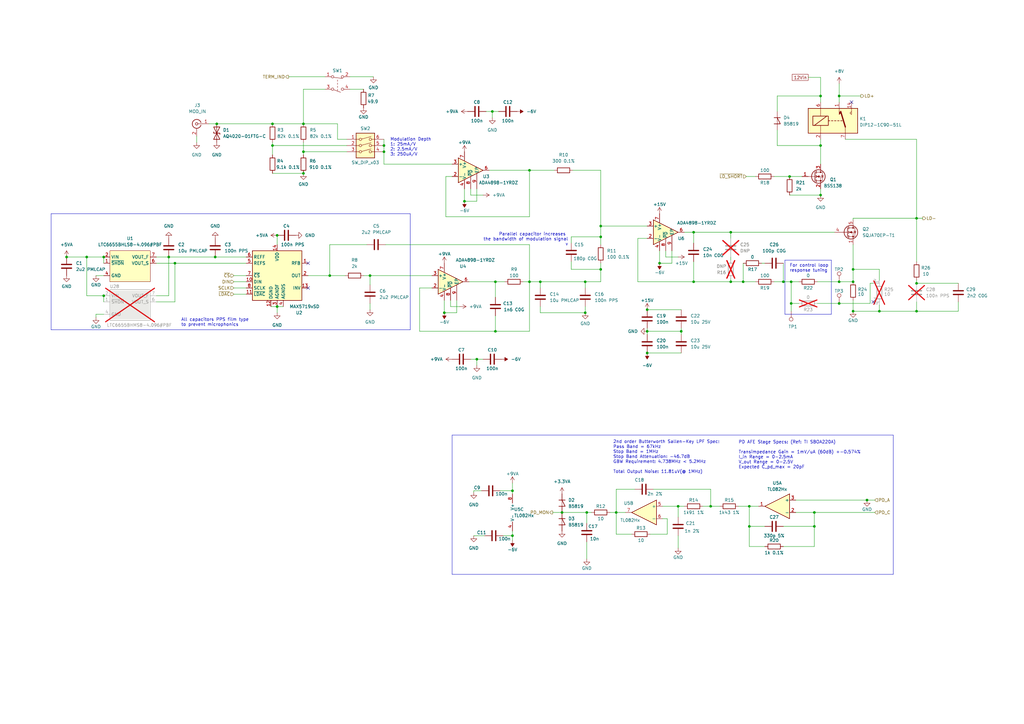
<source format=kicad_sch>
(kicad_sch (version 20230121) (generator eeschema)
  (paper "A3")
  (title_block (title "driveStage") (date "2023-11-09") (rev "r0_3") (company "M-Labs Limited") (comment 1 "Linus Woo Chun Kit"))
  (junction (at 270.51 107.95))
  (junction (at 124.46 71.12))
  (junction (at 217.17 69.85))
  (junction (at 265.43 135.89))
  (junction (at 203.2 115.57))
  (junction (at 324.485 124.46))
  (junction (at 113.665 96.52))
  (junction (at 360.68 127.635))
  (junction (at 375.92 89.535))
  (junction (at 334.01 210.185))
  (junction (at 210.185 201.295))
  (junction (at 88.9 50.8))
  (junction (at 201.93 45.72))
  (junction (at 240.03 115.57))
  (junction (at 344.17 115.57))
  (junction (at 195.58 147.32))
  (junction (at 299.72 115.57))
  (junction (at 265.43 127))
  (junction (at 252.73 210.185))
  (junction (at 349.885 115.57))
  (junction (at 182.245 128.27))
  (junction (at 124.46 50.8))
  (junction (at 336.55 39.37))
  (junction (at 355.6 205.105))
  (junction (at 217.17 115.57))
  (junction (at 307.34 207.645))
  (junction (at 221.615 115.57))
  (junction (at 334.01 215.9))
  (junction (at 190.5 82.55))
  (junction (at 324.485 115.57))
  (junction (at 35.56 105.41))
  (junction (at 42.545 121.285))
  (junction (at 69.215 105.41))
  (junction (at 135.255 113.03))
  (junction (at 336.55 80.01))
  (junction (at 349.885 110.49))
  (junction (at 299.72 95.25))
  (junction (at 284.48 95.25))
  (junction (at 111.76 50.8))
  (junction (at 157.48 62.23))
  (junction (at 88.265 105.41))
  (junction (at 151.765 113.03))
  (junction (at 279.4 135.89))
  (junction (at 210.185 219.71))
  (junction (at 246.38 110.49))
  (junction (at 246.38 92.71))
  (junction (at 42.545 105.41))
  (junction (at 71.755 107.95))
  (junction (at 349.885 127.635))
  (junction (at 265.43 144.78))
  (junction (at 291.465 207.645))
  (junction (at 278.13 207.645))
  (junction (at 240.03 128.27))
  (junction (at 111.76 59.69))
  (junction (at 307.34 215.9))
  (junction (at 336.55 59.69))
  (junction (at 246.38 97.155))
  (junction (at 344.17 39.37))
  (junction (at 230.505 210.185))
  (junction (at 304.8 115.57))
  (junction (at 203.2 135.89))
  (junction (at 124.46 62.23))
  (junction (at 113.665 125.73))
  (junction (at 375.92 127.635))
  (junction (at 157.48 59.69))
  (junction (at 344.17 124.46))
  (junction (at 375.92 116.205))
  (junction (at 240.665 210.185))
  (junction (at 284.48 115.57))
  (junction (at 27.305 105.41))
  (junction (at 323.85 72.39))
  (junction (at 321.31 115.57))
  (no_connect (at 358.14 123.825))
  (no_connect (at 349.25 41.91))
  (no_connect (at 126.365 118.11))
  (no_connect (at 126.365 107.95))
  (wire (pts (xy 151.765 124.46) (xy 151.765 127)))
  (wire (pts (xy 95.885 113.03) (xy 100.965 113.03)))
  (wire (pts (xy 360.68 114.935) (xy 360.68 110.49)))
  (wire (pts (xy 42.545 105.41) (xy 42.545 107.95)))
  (wire (pts (xy 323.85 72.39) (xy 328.93 72.39)))
  (wire (pts (xy 217.17 115.57) (xy 221.615 115.57)))
  (wire (pts (xy 259.08 219.075) (xy 252.73 219.075)))
  (wire (pts (xy 360.68 110.49) (xy 349.885 110.49)))
  (wire (pts (xy 111.76 71.12) (xy 124.46 71.12)))
  (wire (pts (xy 335.28 124.46) (xy 344.17 124.46)))
  (wire (pts (xy 334.01 210.185) (xy 358.775 210.185)))
  (wire (pts (xy 313.69 224.155) (xy 307.34 224.155)))
  (wire (pts (xy 234.315 107.315) (xy 234.315 110.49)))
  (wire (pts (xy 318.77 59.69) (xy 336.55 59.69)))
  (wire (pts (xy 324.485 127.635) (xy 324.485 124.46)))
  (wire (pts (xy 271.78 212.725) (xy 273.685 212.725)))
  (wire (pts (xy 240.03 115.57) (xy 246.38 115.57)))
  (wire (pts (xy 265.43 135.89) (xy 265.43 137.16)))
  (wire (pts (xy 349.885 90.17) (xy 349.885 89.535)))
  (wire (pts (xy 210.185 219.71) (xy 210.185 221.615)))
  (wire (pts (xy 42.545 121.285) (xy 35.56 121.285)))
  (wire (pts (xy 331.47 31.75) (xy 336.55 31.75)))
  (wire (pts (xy 240.665 210.185) (xy 242.57 210.185)))
  (wire (pts (xy 158.115 100.33) (xy 217.17 100.33)))
  (wire (pts (xy 138.43 57.15) (xy 142.24 57.15)))
  (wire (pts (xy 288.29 207.645) (xy 291.465 207.645)))
  (wire (pts (xy 80.645 58.42) (xy 80.645 55.88)))
  (wire (pts (xy 240.03 118.11) (xy 240.03 115.57)))
  (wire (pts (xy 284.48 95.25) (xy 284.48 99.695)))
  (wire (pts (xy 280.67 95.25) (xy 284.48 95.25)))
  (wire (pts (xy 184.785 125.73) (xy 188.595 125.73)))
  (wire (pts (xy 336.55 31.75) (xy 336.55 39.37)))
  (wire (pts (xy 349.885 127.635) (xy 349.885 123.19)))
  (wire (pts (xy 124.46 58.42) (xy 124.46 62.23)))
  (wire (pts (xy 246.38 107.95) (xy 246.38 110.49)))
  (wire (pts (xy 375.92 114.935) (xy 375.92 116.205)))
  (wire (pts (xy 299.72 95.25) (xy 342.265 95.25)))
  (wire (pts (xy 85.725 50.8) (xy 88.9 50.8)))
  (polyline (pts (xy 321.945 128.905) (xy 340.995 128.905)))
  (wire (pts (xy 95.885 118.11) (xy 100.965 118.11)))
  (wire (pts (xy 234.315 110.49) (xy 246.38 110.49)))
  (wire (pts (xy 349.885 110.49) (xy 349.885 115.57)))
  (wire (pts (xy 252.73 200.66) (xy 252.73 210.185)))
  (wire (pts (xy 35.56 105.41) (xy 42.545 105.41)))
  (wire (pts (xy 157.48 59.69) (xy 157.48 62.23)))
  (wire (pts (xy 206.375 219.71) (xy 210.185 219.71)))
  (wire (pts (xy 273.05 105.41) (xy 278.13 105.41)))
  (wire (pts (xy 234.315 97.155) (xy 246.38 97.155)))
  (polyline (pts (xy 321.945 106.68) (xy 340.995 106.68)))
  (wire (pts (xy 318.77 53.34) (xy 318.77 59.69)))
  (wire (pts (xy 157.48 57.15) (xy 157.48 59.69)))
  (wire (pts (xy 299.72 105.41) (xy 299.72 106.68)))
  (wire (pts (xy 95.885 115.57) (xy 100.965 115.57)))
  (wire (pts (xy 356.87 116.205) (xy 358.14 116.205)))
  (wire (pts (xy 111.76 58.42) (xy 111.76 59.69)))
  (wire (pts (xy 200.66 69.85) (xy 217.17 69.85)))
  (wire (pts (xy 201.93 45.72) (xy 201.93 48.26)))
  (wire (pts (xy 326.39 210.185) (xy 334.01 210.185)))
  (wire (pts (xy 306.07 72.39) (xy 309.88 72.39)))
  (wire (pts (xy 221.615 115.57) (xy 240.03 115.57)))
  (wire (pts (xy 267.97 200.66) (xy 291.465 200.66)))
  (wire (pts (xy 349.885 127.635) (xy 360.68 127.635)))
  (wire (pts (xy 217.17 88.9) (xy 217.17 69.85)))
  (wire (pts (xy 39.37 113.03) (xy 42.545 113.03)))
  (wire (pts (xy 210.185 198.12) (xy 210.185 201.295)))
  (wire (pts (xy 252.73 210.185) (xy 256.54 210.185)))
  (wire (pts (xy 138.43 50.8) (xy 138.43 57.15)))
  (wire (pts (xy 151.765 113.03) (xy 177.165 113.03)))
  (wire (pts (xy 157.48 62.23) (xy 157.48 67.31)))
  (wire (pts (xy 203.2 135.89) (xy 217.17 135.89)))
  (wire (pts (xy 149.225 113.03) (xy 151.765 113.03)))
  (wire (pts (xy 349.885 100.33) (xy 349.885 110.49)))
  (wire (pts (xy 299.72 95.25) (xy 299.72 97.79)))
  (wire (pts (xy 217.17 135.89) (xy 217.17 115.57)))
  (wire (pts (xy 375.92 89.535) (xy 349.885 89.535)))
  (wire (pts (xy 240.03 128.27) (xy 240.03 125.73)))
  (wire (pts (xy 64.135 107.95) (xy 71.755 107.95)))
  (wire (pts (xy 360.68 125.095) (xy 360.68 127.635)))
  (wire (pts (xy 336.55 57.15) (xy 336.55 59.69)))
  (wire (pts (xy 124.46 62.23) (xy 142.24 62.23)))
  (wire (pts (xy 214.63 115.57) (xy 217.17 115.57)))
  (wire (pts (xy 278.13 212.09) (xy 278.13 207.645)))
  (wire (pts (xy 279.4 135.89) (xy 265.43 135.89)))
  (wire (pts (xy 375.92 127.635) (xy 375.92 123.825)))
  (wire (pts (xy 201.93 45.72) (xy 204.47 45.72)))
  (wire (pts (xy 324.485 115.57) (xy 324.485 124.46)))
  (wire (pts (xy 172.085 118.11) (xy 172.085 135.89)))
  (wire (pts (xy 307.34 215.9) (xy 307.34 224.155)))
  (wire (pts (xy 195.58 82.55) (xy 195.58 77.47)))
  (wire (pts (xy 190.5 77.47) (xy 190.5 82.55)))
  (wire (pts (xy 187.325 128.27) (xy 187.325 123.19)))
  (wire (pts (xy 291.465 200.66) (xy 291.465 207.645)))
  (wire (pts (xy 135.255 100.33) (xy 135.255 113.03)))
  (wire (pts (xy 39.37 128.905) (xy 39.37 130.175)))
  (wire (pts (xy 150.495 100.33) (xy 135.255 100.33)))
  (polyline (pts (xy 20.955 87.63) (xy 168.275 87.63)))
  (wire (pts (xy 284.48 115.57) (xy 261.62 115.57)))
  (wire (pts (xy 266.7 219.075) (xy 273.685 219.075)))
  (wire (pts (xy 271.78 207.645) (xy 278.13 207.645)))
  (wire (pts (xy 71.755 107.95) (xy 100.965 107.95)))
  (wire (pts (xy 195.58 147.32) (xy 198.12 147.32)))
  (wire (pts (xy 88.9 50.8) (xy 111.76 50.8)))
  (wire (pts (xy 246.38 97.155) (xy 246.38 100.33)))
  (wire (pts (xy 304.8 107.95) (xy 304.8 115.57)))
  (wire (pts (xy 193.04 77.47) (xy 193.04 80.01)))
  (wire (pts (xy 111.76 50.8) (xy 124.46 50.8)))
  (wire (pts (xy 336.55 39.37) (xy 336.55 41.91)))
  (wire (pts (xy 190.5 82.55) (xy 195.58 82.55)))
  (wire (pts (xy 193.04 147.32) (xy 195.58 147.32)))
  (wire (pts (xy 326.39 205.105) (xy 355.6 205.105)))
  (wire (pts (xy 321.31 115.57) (xy 324.485 115.57)))
  (wire (pts (xy 240.665 222.25) (xy 240.665 229.235)))
  (wire (pts (xy 246.38 69.85) (xy 246.38 92.71)))
  (wire (pts (xy 270.51 107.95) (xy 275.59 107.95)))
  (wire (pts (xy 199.39 45.72) (xy 201.93 45.72)))
  (wire (pts (xy 344.17 39.37) (xy 344.17 41.91)))
  (wire (pts (xy 185.42 72.39) (xy 182.88 72.39)))
  (wire (pts (xy 35.56 121.285) (xy 35.56 105.41)))
  (wire (pts (xy 230.505 210.185) (xy 240.665 210.185)))
  (polyline (pts (xy 340.995 128.905) (xy 340.995 106.68)))
  (wire (pts (xy 143.51 31.496) (xy 153.162 31.496)))
  (wire (pts (xy 172.085 135.89) (xy 203.2 135.89)))
  (wire (pts (xy 184.785 123.19) (xy 184.785 125.73)))
  (wire (pts (xy 126.365 113.03) (xy 135.255 113.03)))
  (wire (pts (xy 393.065 127.635) (xy 393.065 123.825)))
  (wire (pts (xy 324.485 115.57) (xy 327.66 115.57)))
  (wire (pts (xy 124.46 36.576) (xy 124.46 50.8)))
  (wire (pts (xy 291.465 207.645) (xy 295.275 207.645)))
  (wire (pts (xy 317.5 115.57) (xy 321.31 115.57)))
  (wire (pts (xy 375.92 57.15) (xy 346.71 57.15)))
  (wire (pts (xy 250.19 210.185) (xy 252.73 210.185)))
  (wire (pts (xy 334.01 210.185) (xy 334.01 215.9)))
  (wire (pts (xy 143.51 36.576) (xy 149.098 36.576)))
  (wire (pts (xy 42.545 128.905) (xy 39.37 128.905)))
  (wire (pts (xy 234.95 69.85) (xy 246.38 69.85)))
  (wire (pts (xy 360.68 127.635) (xy 375.92 127.635)))
  (wire (pts (xy 344.17 115.57) (xy 349.885 115.57)))
  (wire (pts (xy 278.13 224.79) (xy 278.13 219.71)))
  (wire (pts (xy 27.305 105.41) (xy 35.56 105.41)))
  (wire (pts (xy 64.135 121.285) (xy 69.215 121.285)))
  (wire (pts (xy 378.46 89.535) (xy 375.92 89.535)))
  (wire (pts (xy 318.77 39.37) (xy 336.55 39.37)))
  (wire (pts (xy 302.895 207.645) (xy 307.34 207.645)))
  (wire (pts (xy 182.245 128.27) (xy 187.325 128.27)))
  (wire (pts (xy 124.46 62.23) (xy 124.46 63.5)))
  (wire (pts (xy 284.48 95.25) (xy 299.72 95.25)))
  (wire (pts (xy 270.51 102.87) (xy 270.51 107.95)))
  (polyline (pts (xy 20.955 87.63) (xy 20.955 135.255)))
  (wire (pts (xy 111.76 59.69) (xy 142.24 59.69)))
  (wire (pts (xy 375.92 116.205) (xy 393.065 116.205)))
  (wire (pts (xy 252.73 210.185) (xy 252.73 219.075)))
  (wire (pts (xy 261.62 115.57) (xy 261.62 97.79)))
  (wire (pts (xy 113.665 96.52) (xy 113.665 100.33)))
  (wire (pts (xy 273.685 212.725) (xy 273.685 219.075)))
  (wire (pts (xy 273.05 102.87) (xy 273.05 105.41)))
  (wire (pts (xy 157.48 67.31) (xy 185.42 67.31)))
  (wire (pts (xy 226.695 210.185) (xy 230.505 210.185)))
  (polyline (pts (xy 321.945 106.68) (xy 321.945 128.905)))
  (wire (pts (xy 217.17 69.85) (xy 227.33 69.85)))
  (wire (pts (xy 336.55 59.69) (xy 336.55 67.31)))
  (wire (pts (xy 321.31 224.155) (xy 334.01 224.155)))
  (wire (pts (xy 304.8 115.57) (xy 309.88 115.57)))
  (wire (pts (xy 194.31 201.93) (xy 194.31 201.295)))
  (wire (pts (xy 344.17 39.37) (xy 353.06 39.37)))
  (wire (pts (xy 284.48 115.57) (xy 299.72 115.57)))
  (wire (pts (xy 42.545 121.285) (xy 42.545 123.825)))
  (wire (pts (xy 64.135 123.825) (xy 71.755 123.825)))
  (wire (pts (xy 307.34 207.645) (xy 311.15 207.645)))
  (wire (pts (xy 182.88 88.9) (xy 217.17 88.9)))
  (wire (pts (xy 111.125 125.73) (xy 113.665 125.73)))
  (wire (pts (xy 246.38 92.71) (xy 265.43 92.71)))
  (wire (pts (xy 375.92 89.535) (xy 375.92 107.315)))
  (wire (pts (xy 95.885 120.65) (xy 100.965 120.65)))
  (wire (pts (xy 318.77 45.72) (xy 318.77 39.37)))
  (wire (pts (xy 135.255 113.03) (xy 141.605 113.03)))
  (wire (pts (xy 356.87 116.205) (xy 356.87 124.46)))
  (wire (pts (xy 375.92 127.635) (xy 393.065 127.635)))
  (wire (pts (xy 193.04 80.01) (xy 198.12 80.01)))
  (wire (pts (xy 246.38 92.71) (xy 246.38 97.155)))
  (polyline (pts (xy 20.955 135.255) (xy 168.275 135.255)))
  (wire (pts (xy 210.185 201.295) (xy 210.185 202.565)))
  (wire (pts (xy 194.31 201.295) (xy 197.485 201.295)))
  (wire (pts (xy 221.615 125.73) (xy 221.615 128.27)))
  (wire (pts (xy 299.72 114.3) (xy 299.72 115.57)))
  (wire (pts (xy 375.92 57.15) (xy 375.92 89.535)))
  (wire (pts (xy 71.755 123.825) (xy 71.755 107.95)))
  (wire (pts (xy 182.245 123.19) (xy 182.245 128.27)))
  (wire (pts (xy 221.615 118.11) (xy 221.615 115.57)))
  (wire (pts (xy 133.35 36.576) (xy 124.46 36.576)))
  (wire (pts (xy 321.31 107.95) (xy 321.31 115.57)))
  (wire (pts (xy 203.2 129.54) (xy 203.2 135.89)))
  (wire (pts (xy 205.105 201.295) (xy 210.185 201.295)))
  (wire (pts (xy 279.4 134.62) (xy 279.4 135.89)))
  (wire (pts (xy 69.215 105.41) (xy 88.265 105.41)))
  (wire (pts (xy 344.17 34.29) (xy 344.17 39.37)))
  (wire (pts (xy 312.42 107.95) (xy 313.69 107.95)))
  (wire (pts (xy 246.38 110.49) (xy 246.38 115.57)))
  (wire (pts (xy 69.215 121.285) (xy 69.215 105.41)))
  (wire (pts (xy 324.485 124.46) (xy 327.66 124.46)))
  (wire (pts (xy 323.85 80.01) (xy 336.55 80.01)))
  (wire (pts (xy 111.76 59.69) (xy 111.76 63.5)))
  (wire (pts (xy 335.28 115.57) (xy 344.17 115.57)))
  (wire (pts (xy 113.665 125.73) (xy 113.665 128.27)))
  (wire (pts (xy 217.17 100.33) (xy 217.17 115.57)))
  (wire (pts (xy 279.4 135.89) (xy 279.4 137.16)))
  (wire (pts (xy 210.185 217.805) (xy 210.185 219.71)))
  (wire (pts (xy 151.765 113.03) (xy 151.765 116.84)))
  (wire (pts (xy 124.46 50.8) (xy 138.43 50.8)))
  (wire (pts (xy 355.6 205.105) (xy 358.775 205.105)))
  (wire (pts (xy 203.2 115.57) (xy 207.01 115.57)))
  (wire (pts (xy 240.665 214.63) (xy 240.665 210.185)))
  (wire (pts (xy 336.55 77.47) (xy 336.55 80.01)))
  (wire (pts (xy 321.31 215.9) (xy 334.01 215.9)))
  (wire (pts (xy 307.34 207.645) (xy 307.34 215.9)))
  (wire (pts (xy 317.5 72.39) (xy 323.85 72.39)))
  (wire (pts (xy 177.165 118.11) (xy 172.085 118.11)))
  (wire (pts (xy 194.31 219.71) (xy 198.755 219.71)))
  (wire (pts (xy 265.43 134.62) (xy 265.43 135.89)))
  (wire (pts (xy 221.615 128.27) (xy 240.03 128.27)))
  (wire (pts (xy 265.43 127) (xy 279.4 127)))
  (wire (pts (xy 260.35 200.66) (xy 252.73 200.66)))
  (wire (pts (xy 203.2 115.57) (xy 203.2 121.92)))
  (wire (pts (xy 265.43 144.78) (xy 279.4 144.78)))
  (wire (pts (xy 278.13 207.645) (xy 280.67 207.645)))
  (wire (pts (xy 192.405 115.57) (xy 203.2 115.57)))
  (wire (pts (xy 64.135 105.41) (xy 69.215 105.41)))
  (wire (pts (xy 344.17 124.46) (xy 356.87 124.46)))
  (wire (pts (xy 118.364 31.496) (xy 133.35 31.496)))
  (wire (pts (xy 275.59 107.95) (xy 275.59 102.87)))
  (wire (pts (xy 284.48 107.315) (xy 284.48 115.57)))
  (wire (pts (xy 195.58 147.32) (xy 195.58 149.86)))
  (wire (pts (xy 299.72 115.57) (xy 304.8 115.57)))
  (polyline (pts (xy 168.275 135.255) (xy 168.275 87.63)))
  (wire (pts (xy 88.265 105.41) (xy 100.965 105.41)))
  (wire (pts (xy 234.315 99.695) (xy 234.315 97.155)))
  (wire (pts (xy 113.665 125.73) (xy 116.205 125.73)))
  (wire (pts (xy 182.88 72.39) (xy 182.88 88.9)))
  (wire (pts (xy 261.62 97.79) (xy 265.43 97.79)))
  (wire (pts (xy 334.01 215.9) (xy 334.01 224.155)))
  (wire (pts (xy 313.69 215.9) (xy 307.34 215.9)))
  (rectangle (start 185.42 178.435) (end 366.395 235.585))
  (text "All capacitors PPS film type\nto prevent microphonics " (at 74.295 133.985 0) (effects (font (size 1.27 1.27)) (justify left bottom)))
  (text "For control loop\nresponse tuning" (at 323.85 111.76 0) (effects (font (size 1.27 1.27)) (justify left bottom)))
  (text "PD AFE Stage Specs: (Ref: TI SBOA220A)\n\nTransimpedance Gain = 1mV/uA (60dB) +-0.574%\nI_in Range = 0-2.5mA\nV_out Range = 0-2.5V\nExpected C_pd_max = 20pF" (at 302.895 192.405 0) (effects (font (size 1.27 1.27)) (justify left bottom)))
  (text "Modulation Depth\n1: 25mA/V\n2: 2.5mA/V\n3: 250uA/V" (at 160.02 64.135 0) (effects (font (size 1.27 1.27)) (justify left bottom)))
  (text "\n2nd order Butterworth Sallen-Key LPF Spec:\nPass Band = 67kHz\nStop Band = 1MHz\nStop Band Attenuation: -46.7dB\nGBW Requirement: 4.738MHz < 5.2MHz\n\nTotal Output Noise: 11.81uV(@ 1MHz)" (at 251.46 194.31 0) (effects (font (size 1.27 1.27)) (justify left bottom)))
  (text "Parallel capacitor increases \nthe bandwidth of modulation signal\nv" (at 233.045 100.965 0) (effects (font (size 1.27 1.27)) (justify right bottom)))
  (global_label "12Vin" (shape passive) (at 331.47 31.75 180) (property "Intersheetrefs" "${INTERSHEET_REFS}" (effects hide)))
  (hierarchical_label "PD_MON" (shape output) (at 226.695 210.185 180))
  (hierarchical_label "PD_C" (shape input) (at 358.775 210.185 0))
  (hierarchical_label "TERM_IND" (shape output) (at 118.364 31.496 180))
  (hierarchical_label "~{LDAC}" (shape input) (at 95.885 120.65 180))
  (hierarchical_label "~{LD_SHORT}" (shape input) (at 306.07 72.39 180))
  (hierarchical_label "LD+" (shape output) (at 353.06 39.37 0))
  (hierarchical_label "PD_A" (shape input) (at 358.775 205.105 0))
  (hierarchical_label "SCLK" (shape input) (at 95.885 118.11 180))
  (hierarchical_label "DIN" (shape input) (at 95.885 115.57 180))
  (hierarchical_label "LD-" (shape output) (at 378.46 89.535 0))
  (hierarchical_label "~{CS}" (shape input) (at 95.885 113.03 180))
  (symbol (lib_id "Connector:TestPoint") (at 344.17 115.57 0) (unit 1)
    (property "Reference" "TP2" (at 342.265 110.49 0) (effects (justify left)))
    (property "Value" "TestPoint" (effects hide))
    (property "Footprint" "TestPoint:TestPoint_Pad_1.0x1.0mm" (effects hide))
  )
  (symbol (lib_id "Device:R") (at 299.72 110.49 180) (unit 1) (dnp yes)
    (property "Reference" "R16" (at 295.91 111.76 0))
    (property "Value" "DNP" (at 295.91 109.22 0))
    (property "Footprint" "Resistor_SMD:R_0603_1608Metric" (effects hide))
  )
  (symbol (lib_id "kirdy:R_Y169010R0000T9L") (at 360.68 120.015 0) (mirror y) (unit 1) (dnp yes)
    (property "Reference" "R25" (at 362.585 118.745 0) (effects (justify right)))
    (property "Value" "10" (at 362.585 120.65 0) (effects (justify right)))
    (property "Footprint" "Package_TO_SOT_THT:TO-220F-4_Horizontal_TabDown" (effects hide))
    (property "Datasheet" "https://www.mouser.hk/datasheet/2/428/vpr22021-3247675.pdf" (effects hide))
    (property "MFR_PN" "Y169010R0000T9L" (effects hide))
  )
  (symbol (lib_id "Device:R") (at 284.48 207.645 90) (unit 1)
    (property "Reference" "R14" (at 284.48 205.105 90))
    (property "Value" "1k91 1%" (at 284.48 210.185 90))
    (property "Footprint" "Resistor_SMD:R_0603_1608Metric" (effects hide))
    (property "MFR_PN" "ERJ-3EKF1911V" (effects hide))
  )
  (symbol (lib_id "Device:C") (at 264.16 200.66 270) (unit 1)
    (property "Reference" "C18" (at 262.255 196.85 90))
    (property "Value" "2n 2%" (at 268.605 202.565 90))
    (property "Footprint" "Capacitor_SMD:C_0603_1608Metric" (effects hide))
    (property "MFR_PN" "GCM1885C1H202GA16D" (effects hide))
  )
  (symbol (lib_id "power:GND") (at 39.37 130.175 0) (mirror y) (unit 1)
    (property "Reference" "#PWR0208" (effects hide))
    (property "Value" "GND" (at 39.37 133.985 0))
  )
  (symbol (lib_id "Device:R") (at 323.85 76.2 180) (unit 1)
    (property "Reference" "R21" (at 326.39 74.9299 0) (effects (justify right)))
    (property "Value" "2k" (at 326.39 77.4699 0) (effects (justify right)))
    (property "Footprint" "Resistor_SMD:R_0603_1608Metric" (effects hide))
    (property "MFR_PN" "RC0603FR-072KL" (effects hide))
    (property "MFR_PN_ALT" "ERJ-3EKF2001V" (effects hide))
  )
  (symbol (lib_id "power:GND") (at 336.55 80.01 0) (unit 1)
    (property "Reference" "#PWR047" (effects hide))
    (property "Value" "GND" (at 336.55 85.09 0))
  )
  (symbol (lib_id "power:-6V") (at 212.09 45.72 270) (unit 1)
    (property "Reference" "#PWR035" (effects hide))
    (property "Value" "-6V" (at 215.9 45.7199 90) (effects (justify left)))
  )
  (symbol (lib_id "Device:C") (at 154.305 100.33 90) (unit 1)
    (property "Reference" "C5" (at 154.305 92.71 90))
    (property "Value" "2u2 PMLCAP" (at 154.305 95.25 90))
    (property "Footprint" "Capacitor_SMD:C_1812_4532Metric" (effects hide))
    (property "MFR_PN" "35MU225MC14532" (effects hide))
  )
  (symbol (lib_id "kirdy:LTC6655") (at 52.705 126.365 0) (unit 1) (dnp yes)
    (property "Reference" "U28" (at 46.99 117.475 0))
    (property "Value" "LTC6655BHMS8-4.096#PBF" (at 57.15 133.35 0))
    (property "Footprint" "kirdy:SOP65P490X110-8N" (effects hide))
    (property "Datasheet" "https://www.analog.com/media/en/technical-documentation/data-sheets/ltc6655-6655ln.pdf" (effects hide))
  )
  (symbol (lib_id "power:+15V") (at 265.43 127 0) (unit 1)
    (property "Reference" "#PWR040" (effects hide))
    (property "Value" "+15V" (at 265.43 123.19 0))
  )
  (symbol (lib_id "Device:R") (at 331.47 115.57 90) (unit 1)
    (property "Reference" "R22" (at 331.47 118.11 90))
    (property "Value" "0" (at 331.47 113.03 90))
    (property "Footprint" "Resistor_SMD:R_0603_1608Metric" (effects hide))
    (property "MFR_PN" "RMCF0603ZT0R00" (effects hide))
    (property "MFR_PN_ALT" "CR0603-J/-000ELF" (effects hide))
  )
  (symbol (lib_id "power:-6V") (at 205.74 147.32 270) (unit 1)
    (property "Reference" "#PWR032" (effects hide))
    (property "Value" "-6V" (at 209.55 147.3199 90) (effects (justify left)))
  )
  (symbol (lib_id "Device:D_Shockley") (at 230.505 206.375 270) (unit 1)
    (property "Reference" "D2" (at 233.045 205.1049 90) (effects (justify left)))
    (property "Value" "B5819" (at 233.045 207.6449 90) (effects (justify left)))
    (property "Footprint" "Diode_SMD:D_SOD-323" (effects hide))
    (property "MFR_PN" "B5819WS-TP" (effects hide))
  )
  (symbol (lib_id "power:GND") (at 194.31 201.93 0) (unit 1)
    (property "Reference" "#PWR026" (effects hide))
    (property "Value" "GND" (at 194.31 207.01 0))
  )
  (symbol (lib_id "Device:C") (at 208.28 45.72 90) (unit 1)
    (property "Reference" "C12" (at 208.28 41.91 90))
    (property "Value" "100n" (at 208.28 49.53 90))
    (property "Footprint" "Capacitor_SMD:C_0603_1608Metric" (effects hide))
    (property "MFR_PN" "CL10B104KB8NNWC" (effects hide))
    (property "MFR_PN_ALT" "CL10B104KB8NNNL" (effects hide))
  )
  (symbol (lib_id "power:GND") (at 39.37 113.03 0) (mirror y) (unit 1)
    (property "Reference" "#PWR0220" (effects hide))
    (property "Value" "GND" (at 39.37 116.84 0))
  )
  (symbol (lib_id "Device:R") (at 349.885 119.38 0) (mirror x) (unit 1)
    (property "Reference" "R24" (at 351.79 118.745 0) (effects (justify left)))
    (property "Value" "10" (at 351.79 120.65 0) (effects (justify left)))
    (property "Footprint" "Package_TO_SOT_THT:TO-220-2_Horizontal_TabDown" (effects hide))
    (property "Datasheet" "https://www.alpha-elec.co.jp/w2img/2022100715510167015-PD(EN)_final_10Jan2018.pdf" (effects hide))
    (property "MFR_PN" "PDY10R000F" (effects hide))
  )
  (symbol (lib_id "Relay:DIPxx-1Cxx-51x") (at 341.63 49.53 0) (unit 1)
    (property "Reference" "K1" (at 352.552 48.6953 0) (effects (justify left)))
    (property "Value" "DIP12-1C90-51L" (at 352.552 51.2322 0) (effects (justify left)))
    (property "Footprint" "Relay_THT:Relay_StandexMeder_DIP_LowProfile" (effects hide))
    (property "Datasheet" "https://standexelectronics.com/wp-content/uploads/datasheet_reed_relay_DIP.pdf" (effects hide))
    (property "MFR_PN" "DIP12-1C90-51L" (effects hide))
  )
  (symbol (lib_id "Device:C") (at 278.13 215.9 180) (unit 1)
    (property "Reference" "C21" (at 283.21 214.63 0))
    (property "Value" "1n 2%" (at 283.845 217.805 0))
    (property "Footprint" "Capacitor_SMD:C_0603_1608Metric" (effects hide))
    (property "MFR_PN" "0603N102G250CT" (effects hide))
  )
  (symbol (lib_id "power:+5VA") (at 27.305 105.41 0) (unit 1)
    (property "Reference" "#PWR07" (effects hide))
    (property "Value" "+5VA" (at 27.305 100.33 0))
  )
  (symbol (lib_id "Device:C") (at 279.4 140.97 0) (unit 1)
    (property "Reference" "C23" (at 283.21 139.7 0) (effects (justify left)))
    (property "Value" "10u 25V" (at 283.21 142.24 0) (effects (justify left)))
    (property "Footprint" "Capacitor_SMD:C_0805_2012Metric" (effects hide))
    (property "MFR_PN" "GRM21BZ71E106KE15K" (effects hide))
    (property "MFR_PN_ALT" "GRM21BZ71E106KE15L" (effects hide))
  )
  (symbol (lib_id "Device:C") (at 69.215 101.6 0) (unit 1)
    (property "Reference" "C2" (at 73.025 100.33 0) (effects (justify left)))
    (property "Value" "10u PMLCAP" (at 73.025 102.87 0) (effects (justify left)))
    (property "Footprint" "Capacitor_SMD:C_1812_4532Metric" (effects hide))
    (property "MFR_PN" "16MU106MC44532" (effects hide))
  )
  (symbol (lib_id "Connector:TestPoint") (at 324.485 127.635 180) (unit 1)
    (property "Reference" "TP1" (at 327.025 133.985 0) (effects (justify left)))
    (property "Value" "TestPoint" (effects hide))
    (property "Footprint" "TestPoint:TestPoint_Pad_1.0x1.0mm" (effects hide))
  )
  (symbol (lib_id "Device:C") (at 299.72 101.6 0) (unit 1) (dnp yes)
    (property "Reference" "C25" (at 303.53 100.3299 0) (effects (justify left)))
    (property "Value" "DNP" (at 303.53 102.8699 0) (effects (justify left)))
    (property "Footprint" "Capacitor_SMD:C_0603_1608Metric" (effects hide))
  )
  (symbol (lib_id "Device:R") (at 313.69 115.57 90) (unit 1)
    (property "Reference" "R19" (at 313.69 118.11 90))
    (property "Value" "100" (at 313.69 113.03 90))
    (property "Footprint" "Resistor_SMD:R_0603_1608Metric" (effects hide))
    (property "MFR_PN" "WR06X1000FTL" (effects hide))
    (property "MFR_PN_ALT" "RMCF0603FT100R" (effects hide))
  )
  (symbol (lib_id "Device:R") (at 375.92 111.125 180) (unit 1)
    (property "Reference" "R26" (at 379.73 109.855 0))
    (property "Value" "10" (at 379.73 112.395 0))
    (property "Footprint" "Resistor_SMD:R_0603_1608Metric" (effects hide))
    (property "MFR_PN" "RT0603BRD0710RL" (effects hide))
    (property "MFR_PN_ALT" "WR06X10R0FTL" (effects hide))
  )
  (symbol (lib_id "power:GND") (at 113.665 128.27 0) (unit 1)
    (property "Reference" "#PWR014" (effects hide))
    (property "Value" "GND" (at 113.665 133.35 0))
  )
  (symbol (lib_id "Amplifier_Operational:ADA4898-1YRDZ") (at 273.05 95.25 0) (unit 1)
    (property "Reference" "U6" (at 279.4 97.79 0))
    (property "Value" "ADA4898-1YRDZ" (at 285.75 91.44 0))
    (property "Footprint" "Package_SO:SOIC-8-1EP_3.9x4.9mm_P1.27mm_EP2.29x3mm" (effects hide))
    (property "Datasheet" "https://www.analog.com/media/en/technical-documentation/data-sheets/ada4898-1_4898-2.pdf" (effects hide))
    (property "MFR_PN" "ADA4898-1YRDZ" (effects hide))
  )
  (symbol (lib_id "Device:C") (at 284.48 103.505 0) (unit 1)
    (property "Reference" "C24" (at 288.29 102.2349 0) (effects (justify left)))
    (property "Value" "10n C0G" (at 288.29 104.7749 0) (effects (justify left)))
    (property "Footprint" "Capacitor_SMD:C_0603_1608Metric" (effects hide))
    (property "MFR_PN" "GRM1885C1H103JA01J" (effects hide))
  )
  (symbol (lib_id "power:GND") (at 278.13 224.79 0) (unit 1)
    (property "Reference" "#PWR046" (effects hide))
    (property "Value" "GND" (at 278.13 228.6 0))
  )
  (symbol (lib_id "Device:C") (at 375.92 120.015 0) (unit 1) (dnp yes)
    (property "Reference" "C28" (at 379.73 118.7449 0) (effects (justify left)))
    (property "Value" "100n PPS" (at 379.73 121.2849 0) (effects (justify left)))
    (property "Footprint" "Capacitor_SMD:C_1210_3225Metric" (effects hide))
    (property "MFR_PN" "ECH-U1C104JX5" (effects hide))
  )
  (symbol (lib_id "Device:R") (at 246.38 104.14 180) (unit 1)
    (property "Reference" "R11" (at 248.92 102.87 0) (effects (justify right)))
    (property "Value" "100 0.1%" (at 248.92 105.41 0) (effects (justify right)))
    (property "Footprint" "Resistor_SMD:R_0603_1608Metric" (effects hide))
    (property "MFR_PN" "RN73R1JTTD1000B25" (effects hide))
  )
  (symbol (lib_id "power:GND") (at 121.285 96.52 90) (unit 1)
    (property "Reference" "#PWR016" (effects hide))
    (property "Value" "GND" (at 125.095 96.5199 90) (effects (justify right)))
  )
  (symbol (lib_id "Device:R") (at 111.76 67.31 180) (unit 1)
    (property "Reference" "R4" (at 114.935 66.04 0))
    (property "Value" "9.1k 0.1%" (at 118.11 68.58 0))
    (property "Footprint" "Resistor_SMD:R_0603_1608Metric" (effects hide))
    (property "MFR_PN" "ERA-3AEB912V" (effects hide))
  )
  (symbol (lib_id "power:GND") (at 149.098 44.196 0) (unit 1)
    (property "Reference" "#PWR017" (effects hide))
    (property "Value" "GND" (at 149.098 48.006 0))
  )
  (symbol (lib_id "power:GND") (at 27.305 113.03 0) (unit 1)
    (property "Reference" "#PWR08" (effects hide))
    (property "Value" "GND" (at 27.305 117.475 0))
  )
  (symbol (lib_id "power:GND") (at 69.215 97.79 180) (unit 1)
    (property "Reference" "#PWR09" (effects hide))
    (property "Value" "GND" (at 69.215 92.71 0))
  )
  (symbol (lib_id "power:-6V") (at 210.185 221.615 180) (unit 1)
    (property "Reference" "#PWR034" (effects hide))
    (property "Value" "-6V" (at 210.185 225.425 0))
  )
  (symbol (lib_id "Device:R") (at 149.098 40.386 180) (unit 1)
    (property "Reference" "R7" (at 152.273 39.116 0))
    (property "Value" "49.9" (at 152.908 41.656 0))
    (property "Footprint" "Resistor_SMD:R_0603_1608Metric" (effects hide))
    (property "MFR_PN" "RT0603DRE0749R9L" (effects hide))
  )
  (symbol (lib_id "Device:C") (at 221.615 121.92 0) (unit 1)
    (property "Reference" "C14" (at 225.425 120.65 0) (effects (justify left)))
    (property "Value" "10u PMLCAP" (at 225.425 123.19 0) (effects (justify left)))
    (property "Footprint" "Capacitor_SMD:C_1812_4532Metric" (effects hide))
    (property "MFR_PN" "16MU106MC44532" (effects hide))
  )
  (symbol (lib_id "Device:R") (at 262.89 219.075 90) (unit 1)
    (property "Reference" "R13" (at 262.89 216.535 90))
    (property "Value" "10" (at 262.89 221.615 90))
    (property "Footprint" "Resistor_SMD:R_0603_1608Metric" (effects hide))
    (property "MFR_PN" "RT0603BRD0710RL" (effects hide))
    (property "MFR_PN_ALT" "WR06X10R0FTL" (effects hide))
  )
  (symbol (lib_id "Amplifier_Operational:ADA4898-1YRDZ") (at 184.785 115.57 0) (unit 1)
    (property "Reference" "U4" (at 189.865 109.22 0))
    (property "Value" "ADA4898-1YRDZ" (at 194.945 106.68 0))
    (property "Footprint" "Package_SO:SOIC-8-1EP_3.9x4.9mm_P1.27mm_EP2.29x3mm" (effects hide))
    (property "Datasheet" "https://www.analog.com/media/en/technical-documentation/data-sheets/ada4898-1_4898-2.pdf" (effects hide))
    (property "MFR_PN" "ADA4898-1YRDZ" (effects hide))
  )
  (symbol (lib_id "Device:C") (at 317.5 215.9 90) (unit 1)
    (property "Reference" "C27" (at 317.5 212.09 90))
    (property "Value" "330p 5%" (at 317.5 219.71 90))
    (property "Footprint" "Capacitor_SMD:C_0603_1608Metric" (effects hide))
    (property "MFR_PN" "885012006041" (effects hide))
  )
  (symbol (lib_id "power:GND") (at 265.43 135.89 270) (unit 1)
    (property "Reference" "#PWR041" (effects hide))
    (property "Value" "GND" (at 261.62 135.8899 90) (effects (justify right)))
  )
  (symbol (lib_id "power:GND") (at 194.31 219.71 0) (unit 1)
    (property "Reference" "#PWR027" (effects hide))
    (property "Value" "GND" (at 194.31 224.79 0))
  )
  (symbol (lib_id "Device:C") (at 265.43 140.97 0) (unit 1)
    (property "Reference" "C20" (at 269.24 139.6999 0) (effects (justify left)))
    (property "Value" "100n" (at 269.24 142.2399 0) (effects (justify left)))
    (property "Footprint" "Capacitor_SMD:C_0603_1608Metric" (effects hide))
    (property "MFR_PN" "CL10B104KB8NNWC" (effects hide))
    (property "MFR_PN_ALT" "CL10B104KB8NNNL" (effects hide))
  )
  (symbol (lib_id "power:+9VA") (at 210.185 198.12 0) (unit 1)
    (property "Reference" "#PWR033" (effects hide))
    (property "Value" "+9VA" (at 210.185 194.31 0))
  )
  (symbol (lib_id "power:GND") (at 151.765 127 0) (unit 1)
    (property "Reference" "#PWR019" (effects hide))
    (property "Value" "GND" (at 151.765 132.08 0))
  )
  (symbol (lib_id "Device:R") (at 317.5 224.155 90) (unit 1)
    (property "Reference" "R20" (at 317.5 221.615 90))
    (property "Value" "1k 0.1%" (at 317.5 226.695 90))
    (property "Footprint" "Resistor_SMD:R_0603_1608Metric" (effects hide))
    (property "MFR_PN" "RP0603BRD071KL" (effects hide))
    (property "MFR_PN_ALT" "WR06X1001FTL" (effects hide))
  )
  (symbol (lib_id "Device:R") (at 145.415 113.03 90) (unit 1)
    (property "Reference" "R8" (at 145.415 106.68 90))
    (property "Value" "2k" (at 145.415 109.22 90))
    (property "Footprint" "Resistor_SMD:R_0603_1608Metric" (effects hide))
    (property "MFR_PN" "RC0603FR-072KL" (effects hide))
    (property "MFR_PN_ALT" "ERJ-3EKF2001V" (effects hide))
  )
  (symbol (lib_id "Device:C") (at 203.2 125.73 180) (unit 1)
    (property "Reference" "C13" (at 208.28 124.46 0))
    (property "Value" "1n6 C0G" (at 210.82 127 0))
    (property "Footprint" "Capacitor_SMD:C_0603_1608Metric" (effects hide))
    (property "MFR_PN" "GRM1885C1H162JA01D" (effects hide))
  )
  (symbol (lib_id "Device:C") (at 201.93 147.32 90) (unit 1)
    (property "Reference" "C10" (at 201.93 143.51 90))
    (property "Value" "100n" (at 201.93 151.13 90))
    (property "Footprint" "Capacitor_SMD:C_0603_1608Metric" (effects hide))
    (property "MFR_PN" "CL10B104KB8NNWC" (effects hide))
    (property "MFR_PN_ALT" "CL10B104KB8NNNL" (effects hide))
  )
  (symbol (lib_id "power:+9VA") (at 198.12 80.01 270) (unit 1)
    (property "Reference" "#PWR030" (effects hide))
    (property "Value" "+9VA" (at 201.93 80.0099 90) (effects (justify left)))
  )
  (symbol (lib_id "Device:R") (at 124.46 54.61 0) (unit 1)
    (property "Reference" "R5" (at 127 53.34 0) (effects (justify left)))
    (property "Value" "82k 0.1%" (at 127 55.88 0) (effects (justify left)))
    (property "Footprint" "Resistor_SMD:R_0603_1608Metric" (effects hide))
    (property "MFR_PN" "ERA-3AEB823V" (effects hide))
  )
  (symbol (lib_id "Device:C") (at 317.5 107.95 90) (unit 1)
    (property "Reference" "C26" (at 317.5 100.33 90))
    (property "Value" "100p C0G" (at 317.5 102.87 90))
    (property "Footprint" "Capacitor_SMD:C_0603_1608Metric" (effects hide))
    (property "MFR_PN" "CC0603JRNPO7BN101" (effects hide))
  )
  (symbol (lib_id "power:-6V") (at 182.245 128.27 180) (unit 1)
    (property "Reference" "#PWR024" (effects hide))
    (property "Value" "-6V" (at 182.245 132.08 0))
  )
  (symbol (lib_id "Device:C") (at 202.565 219.71 270) (unit 1)
    (property "Reference" "C11" (at 195.58 218.44 90) (effects (justify left)))
    (property "Value" "100n" (at 204.47 220.98 90) (effects (justify left)))
    (property "Footprint" "Capacitor_SMD:C_0603_1608Metric" (effects hide))
    (property "MFR_PN" "CL10B104KB8NNWC" (effects hide))
    (property "MFR_PN_ALT" "CL10B104KB8NNNL" (effects hide))
  )
  (symbol (lib_id "power:+15V") (at 278.13 105.41 270) (unit 1)
    (property "Reference" "#PWR045" (effects hide))
    (property "Value" "+15V" (at 276.86 107.95 90) (effects (justify left)))
  )
  (symbol (lib_id "Device:C") (at 279.4 130.81 0) (unit 1)
    (property "Reference" "C22" (at 283.21 129.54 0) (effects (justify left)))
    (property "Value" "10u 25V" (at 283.21 132.08 0) (effects (justify left)))
    (property "Footprint" "Capacitor_SMD:C_0805_2012Metric" (effects hide))
    (property "MFR_PN" "GRM21BZ71E106KE15K" (effects hide))
    (property "MFR_PN_ALT" "GRM21BZ71E106KE15L" (effects hide))
  )
  (symbol (lib_id "power:GND") (at 153.162 31.496 0) (unit 1)
    (property "Reference" "#PWR018" (effects hide))
    (property "Value" "GND" (at 153.162 35.941 0))
  )
  (symbol (lib_id "Amplifier_Operational:TL082") (at 318.77 207.645 0) (mirror y) (unit 1)
    (property "Reference" "U5" (at 318.77 198.12 0))
    (property "Value" "TL082Hx" (at 318.77 200.66 0))
    (property "Footprint" "kirdy:SOIC8-TL082Hx" (effects hide))
    (property "Datasheet" "http://www.ti.com/lit/ds/symlink/tl081.pdf" (effects hide))
    (property "MFR_PN" "TL082HIDR" (effects hide))
  )
  (symbol (lib_id "Device:R") (at 308.61 107.95 90) (unit 1)
    (property "Reference" "R17" (at 308.61 110.49 90))
    (property "Value" "0" (at 308.61 105.41 90))
    (property "Footprint" "Resistor_SMD:R_0603_1608Metric" (effects hide))
    (property "MFR_PN" "RMCF0603ZT0R00" (effects hide))
    (property "MFR_PN_ALT" "CR0603-J/-000ELF" (effects hide))
  )
  (symbol (lib_id "power:+9VA") (at 191.77 45.72 90) (unit 1)
    (property "Reference" "#PWR025" (effects hide))
    (property "Value" "+9VA" (at 187.96 45.7199 90) (effects (justify left)))
  )
  (symbol (lib_id "Device:R") (at 313.69 72.39 90) (unit 1)
    (property "Reference" "R18" (at 313.69 74.93 90))
    (property "Value" "100" (at 313.69 69.85 90))
    (property "Footprint" "Resistor_SMD:R_0603_1608Metric" (effects hide))
    (property "MFR_PN" "WR06X1000FTL" (effects hide))
    (property "MFR_PN_ALT" "RMCF0603FT100R" (effects hide))
  )
  (symbol (lib_id "power:+3.3VA") (at 230.505 202.565 0) (unit 1)
    (property "Reference" "#PWR036" (effects hide))
    (property "Value" "+3.3VA" (at 230.505 197.485 0))
  )
  (symbol (lib_id "power:GND") (at 240.665 229.235 0) (unit 1)
    (property "Reference" "#PWR039" (effects hide))
    (property "Value" "GND" (at 240.665 233.045 0))
  )
  (symbol (lib_id "power:GND") (at 124.46 71.12 0) (unit 1)
    (property "Reference" "#PWR015" (effects hide))
    (property "Value" "GND" (at 124.46 75.5634 0))
  )
  (symbol (lib_id "Device:R") (at 231.14 69.85 90) (unit 1)
    (property "Reference" "R10" (at 231.14 63.5 90))
    (property "Value" "300 0.1%" (at 231.14 66.04 90))
    (property "Footprint" "Resistor_SMD:R_0603_1608Metric" (effects hide))
    (property "MFR_PN" "ERA-3AEB301V" (effects hide))
  )
  (symbol (lib_id "Device:R") (at 246.38 210.185 90) (unit 1)
    (property "Reference" "R12" (at 246.38 207.645 90))
    (property "Value" "10" (at 246.38 212.725 90))
    (property "Footprint" "Resistor_SMD:R_0603_1608Metric" (effects hide))
    (property "MFR_PN" "RT0603BRD0710RL" (effects hide))
    (property "MFR_PN_ALT" "WR06X10R0FTL" (effects hide))
  )
  (symbol (lib_id "Device:R") (at 331.47 124.46 90) (unit 1) (dnp yes)
    (property "Reference" "R23" (at 331.47 127 90))
    (property "Value" "0" (at 331.47 121.92 90))
    (property "Footprint" "Resistor_SMD:R_0603_1608Metric" (effects hide))
    (property "MFR_PN" "RMCF0603ZT0R00" (effects hide))
    (property "MFR_PN_ALT" "CR0603-J/-000ELF" (effects hide))
  )
  (symbol (lib_id "power:+9VA") (at 185.42 147.32 90) (unit 1)
    (property "Reference" "#PWR020" (effects hide))
    (property "Value" "+9VA" (at 181.61 147.3199 90) (effects (justify left)))
  )
  (symbol (lib_id "power:GND") (at 88.9 58.42 0) (unit 1)
    (property "Reference" "#PWR011" (effects hide))
    (property "Value" "GND" (at 88.9 63.5 0))
  )
  (symbol (lib_id "Device:C") (at 234.315 103.505 0) (unit 1)
    (property "Reference" "C15" (at 237.49 100.33 0))
    (property "Value" "180p C0G" (at 240.03 106.045 0))
    (property "Footprint" "Capacitor_SMD:C_0603_1608Metric" (effects hide))
    (property "MFR_PN" "CL10C181JB81PND" (effects hide))
  )
  (symbol (lib_id "Device:R") (at 111.76 54.61 0) (unit 1)
    (property "Reference" "R3" (at 113.665 53.34 0) (effects (justify left)))
    (property "Value" "82k 0.1%" (at 113.665 55.88 0) (effects (justify left)))
    (property "Footprint" "Resistor_SMD:R_0603_1608Metric" (effects hide))
    (property "MFR_PN" "ERA-3AEB823V" (effects hide))
  )
  (symbol (lib_id "power:+9VA") (at 188.595 125.73 270) (unit 1)
    (property "Reference" "#PWR029" (effects hide))
    (property "Value" "+9VA" (at 192.405 125.7299 90) (effects (justify left)))
  )
  (symbol (lib_id "power:GND") (at 349.885 127.635 0) (unit 1)
    (property "Reference" "#PWR049" (effects hide))
    (property "Value" "GND" (at 349.885 131.445 0))
  )
  (symbol (lib_id "kirdy:SPDT_204-121ST") (at 133.35 31.496 0) (unit 1)
    (property "Reference" "SW1" (at 138.43 28.956 0))
    (property "Value" "204-121ST" (effects hide))
    (property "Footprint" "kirdy:204-121ST" (effects hide))
    (property "MFR_PN" "204-121ST" (effects hide))
  )
  (symbol (lib_id "Device:C") (at 201.295 201.295 270) (unit 1)
    (property "Reference" "C9" (at 194.31 200.025 90) (effects (justify left)))
    (property "Value" "100n" (at 203.2 202.565 90) (effects (justify left)))
    (property "Footprint" "Capacitor_SMD:C_0603_1608Metric" (effects hide))
    (property "MFR_PN" "CL10B104KB8NNWC" (effects hide))
    (property "MFR_PN_ALT" "CL10B104KB8NNNL" (effects hide))
  )
  (symbol (lib_id "Device:R") (at 124.46 67.31 180) (unit 1)
    (property "Reference" "R6" (at 128.27 66.04 0))
    (property "Value" "910 0.1%" (at 131.445 68.58 0))
    (property "Footprint" "Resistor_SMD:R_0603_1608Metric" (effects hide))
    (property "MFR_PN" "ERA-3AEB911V" (effects hide))
  )
  (symbol (lib_id "Device:C") (at 27.305 109.22 0) (unit 1)
    (property "Reference" "C1" (at 31.115 107.95 0) (effects (justify left)))
    (property "Value" "2u2 PMLCAP" (at 31.115 110.49 0) (effects (justify left)))
    (property "Footprint" "Capacitor_SMD:C_1812_4532Metric" (effects hide))
    (property "MFR_PN" "35MU225MC14532" (effects hide))
  )
  (symbol (lib_id "power:+8V") (at 344.17 34.29 0) (unit 1)
    (property "Reference" "#PWR048" (effects hide))
    (property "Value" "+8V" (at 344.17 29.21 0))
  )
  (symbol (lib_id "power:GND") (at 240.03 128.27 0) (unit 1)
    (property "Reference" "#PWR038" (effects hide))
    (property "Value" "GND" (at 240.03 132.7134 0))
  )
  (symbol (lib_id "Device:C") (at 240.665 218.44 180) (unit 1)
    (property "Reference" "C17" (at 243.205 215.9 0))
    (property "Value" "10n" (at 243.84 220.98 0))
    (property "Footprint" "Capacitor_SMD:C_0603_1608Metric" (effects hide))
    (property "MFR_PN" "0603B103K500CT" (effects hide))
    (property "MFR_PN_ALT" "CL10B103KB8NNNC" (effects hide))
  )
  (symbol (lib_id "power:GND") (at 195.58 149.86 0) (unit 1)
    (property "Reference" "#PWR028" (effects hide))
    (property "Value" "GND" (at 195.58 154.94 0))
  )
  (symbol (lib_id "power:GND") (at 230.505 217.805 0) (unit 1)
    (property "Reference" "#PWR037" (effects hide))
    (property "Value" "GND" (at 230.505 222.885 0))
  )
  (symbol (lib_id "Amplifier_Operational:ADA4898-1YRDZ") (at 193.04 69.85 0) (unit 1)
    (property "Reference" "U3" (at 199.39 72.39 0))
    (property "Value" "ADA4898-1YRDZ" (at 204.47 74.93 0))
    (property "Footprint" "Package_SO:SOIC-8-1EP_3.9x4.9mm_P1.27mm_EP2.29x3mm" (effects hide))
    (property "Datasheet" "https://www.analog.com/media/en/technical-documentation/data-sheets/ada4898-1_4898-2.pdf" (effects hide))
    (property "MFR_PN" "ADA4898-1YRDZ" (effects hide))
  )
  (symbol (lib_id "power:-6V") (at 190.5 82.55 180) (unit 1)
    (property "Reference" "#PWR022" (effects hide))
    (property "Value" "-6V" (at 190.5 86.36 0))
  )
  (symbol (lib_id "power:GND") (at 201.93 48.26 0) (unit 1)
    (property "Reference" "#PWR031" (effects hide))
    (property "Value" "GND" (at 201.93 53.34 0))
  )
  (symbol (lib_id "power:GND") (at 88.265 97.79 180) (unit 1)
    (property "Reference" "#PWR012" (effects hide))
    (property "Value" "GND" (at 88.265 92.71 0))
  )
  (symbol (lib_id "power:GND") (at 80.645 58.42 0) (unit 1)
    (property "Reference" "#PWR010" (effects hide))
    (property "Value" "GND" (at 80.645 63.5 0))
  )
  (symbol (lib_id "Device:C") (at 265.43 130.81 0) (unit 1)
    (property "Reference" "C19" (at 269.24 129.5399 0) (effects (justify left)))
    (property "Value" "100n" (at 269.24 132.0799 0) (effects (justify left)))
    (property "Footprint" "Capacitor_SMD:C_0603_1608Metric" (effects hide))
    (property "MFR_PN" "CL10B104KB8NNWC" (effects hide))
    (property "MFR_PN_ALT" "CL10B104KB8NNNL" (effects hide))
  )
  (symbol (lib_id "Switch:SW_DIP_x03") (at 149.86 62.23 0) (unit 1)
    (property "Reference" "SW2" (at 149.86 52.705 0))
    (property "Value" "SW_DIP_x03" (at 149.86 66.675 0))
    (property "Footprint" "Button_Switch_SMD:SW_DIP_SPSTx03_Slide_Omron_A6S-310x_W8.9mm_P2.54mm" (effects hide))
    (property "MFR_PN" "A6SN-3104" (effects hide))
  )
  (symbol (lib_id "Device:R") (at 210.82 115.57 90) (unit 1)
    (property "Reference" "R9" (at 210.82 110.49 90))
    (property "Value" "100" (at 210.82 113.03 90))
    (property "Footprint" "Resistor_SMD:R_0603_1608Metric" (effects hide))
    (property "MFR_PN" "WR06X1000FTL" (effects hide))
    (property "MFR_PN_ALT" "RMCF0603FT100R" (effects hide))
  )
  (symbol (lib_id "Connector:TestPoint") (at 344.17 124.46 0) (unit 1)
    (property "Reference" "TP3" (at 342.265 119.38 0) (effects (justify left)))
    (property "Value" "TestPoint" (effects hide))
    (property "Footprint" "TestPoint:TestPoint_Pad_1.0x1.0mm" (effects hide))
  )
  (symbol (lib_id "power:GND") (at 355.6 205.105 0) (unit 1)
    (property "Reference" "#PWR050" (effects hide))
    (property "Value" "GND" (at 355.6 208.915 0))
  )
  (symbol (lib_id "Device:C") (at 195.58 45.72 90) (unit 1)
    (property "Reference" "C8" (at 195.58 41.91 90))
    (property "Value" "100n" (at 195.58 49.53 90))
    (property "Footprint" "Capacitor_SMD:C_0603_1608Metric" (effects hide))
    (property "MFR_PN" "CL10B104KB8NNWC" (effects hide))
    (property "MFR_PN_ALT" "CL10B104KB8NNNL" (effects hide))
  )
  (symbol (lib_id "Transistor_FET:CSD17507Q5A") (at 347.345 95.25 0) (unit 1)
    (property "Reference" "Q2" (at 353.695 93.9799 0) (effects (justify left)))
    (property "Value" "SQJA70EP-T1" (at 353.695 96.5199 0) (effects (justify left)))
    (property "Footprint" "Package_TO_SOT_SMD:TDSON-8-1" (effects hide))
    (property "MFR_PN" "SQJA70EP-T1_GE3" (effects hide))
  )
  (symbol (lib_id "power:-6V") (at 270.51 107.95 180) (unit 1)
    (property "Reference" "#PWR044" (effects hide))
    (property "Value" "-6V" (at 270.51 111.76 0))
  )
  (symbol (lib_id "Device:R") (at 299.085 207.645 90) (unit 1)
    (property "Reference" "R15" (at 299.085 205.105 90))
    (property "Value" "1k43 1%" (at 299.085 210.185 90))
    (property "Footprint" "Resistor_SMD:R_0603_1608Metric" (effects hide))
    (property "MFR_PN" "CR0603-FX-1431ELF" (effects hide))
  )
  (symbol (lib_id "Device:D_Shockley") (at 318.77 49.53 270) (unit 1)
    (property "Reference" "D4" (at 321.31 48.2599 90) (effects (justify left)))
    (property "Value" "B5819" (at 321.31 50.7999 90) (effects (justify left)))
    (property "Footprint" "Diode_SMD:D_SOD-323" (effects hide))
    (property "MFR_PN" "B5819WS-TP" (effects hide))
  )
  (symbol (lib_id "Device:C") (at 189.23 147.32 90) (unit 1)
    (property "Reference" "C7" (at 189.23 143.51 90))
    (property "Value" "100n" (at 189.23 151.13 90))
    (property "Footprint" "Capacitor_SMD:C_0603_1608Metric" (effects hide))
    (property "MFR_PN" "CL10B104KB8NNWC" (effects hide))
    (property "MFR_PN_ALT" "CL10B104KB8NNNL" (effects hide))
  )
  (symbol (lib_id "power:-6V") (at 265.43 144.78 180) (unit 1)
    (property "Reference" "#PWR042" (effects hide))
    (property "Value" "-6V" (at 265.43 149.86 0))
  )
  (symbol (lib_id "Device:D_TVS") (at 88.9 54.61 90) (unit 1)
    (property "Reference" "D1" (at 91.44 53.3399 90) (effects (justify right)))
    (property "Value" "AQ4020-01FTG-C" (at 91.44 55.8799 90) (effects (justify right)))
    (property "Footprint" "Diode_SMD:D_SOD-323" (effects hide))
    (property "MFR_PN" "AQ4020-01FTG-C" (effects hide))
  )
  (symbol (lib_id "Device:D_Shockley") (at 230.505 213.995 270) (unit 1)
    (property "Reference" "D3" (at 233.045 212.7249 90) (effects (justify left)))
    (property "Value" "B5819" (at 233.045 215.2649 90) (effects (justify left)))
    (property "Footprint" "Diode_SMD:D_SOD-323" (effects hide))
    (property "MFR_PN" "B5819WS-TP" (effects hide))
  )
  (symbol (lib_id "power:+9VA") (at 182.245 107.95 0) (unit 1)
    (property "Reference" "#PWR023" (effects hide))
    (property "Value" "+9VA" (at 182.245 104.14 0))
  )
  (symbol (lib_id "Device:C") (at 117.475 96.52 90) (unit 1)
    (property "Reference" "C4" (at 117.475 92.71 90))
    (property "Value" "100n PPS" (at 120.015 100.33 90))
    (property "Footprint" "Capacitor_SMD:C_1210_3225Metric" (effects hide))
    (property "MFR_PN" "ECH-U1C104JX5" (effects hide))
  )
  (symbol (lib_id "power:+9VA") (at 190.5 62.23 0) (unit 1)
    (property "Reference" "#PWR021" (effects hide))
    (property "Value" "+9VA" (at 190.5 58.42 0))
  )
  (symbol (lib_id "Device:C") (at 151.765 120.65 0) (unit 1)
    (property "Reference" "C6" (at 155.575 119.38 0) (effects (justify left)))
    (property "Value" "2u2 PMLCAP" (at 155.575 121.92 0) (effects (justify left)))
    (property "Footprint" "Capacitor_SMD:C_1812_4532Metric" (effects hide))
    (property "MFR_PN" "35MU225MC14532" (effects hide))
  )
  (symbol (lib_id "kirdy:LTC6655") (at 52.705 110.49 0) (unit 1)
    (property "Reference" "U1" (at 53.34 97.79 0))
    (property "Value" "LTC6655BHLS8-4.096#PBF" (at 53.34 100.33 0))
    (property "Footprint" "kirdy:LCC127P500X500X155-8N" (effects hide))
    (property "Datasheet" "https://www.analog.com/media/en/technical-documentation/data-sheets/ltc6655-6655ln.pdf" (effects hide))
    (property "MFR_PN" "LTC6655BHLS8-4.096#PBF" (effects hide))
  )
  (symbol (lib_id "Analog_DAC:MAX5719xSD") (at 113.665 113.03 0) (unit 1)
    (property "Reference" "U2" (at 121.285 128.27 0) (effects (justify left)))
    (property "Value" "MAX5719xSD" (at 118.745 125.73 0) (effects (justify left)))
    (property "Footprint" "Package_SO:SOIC-14_3.9x8.7mm_P1.27mm" (effects hide))
    (property "Datasheet" "https://datasheets.maximintegrated.com/en/ds/MAX5717-MAX5719.pdf" (effects hide))
    (property "MFR_PN" "MAX5719AGSD+" (effects hide))
    (property "MFR_PN_ALT" "MAX5719GSD+" (effects hide))
  )
  (symbol (lib_id "Device:C") (at 393.065 120.015 180) (unit 1)
    (property "Reference" "C29" (at 396.24 118.745 0) (effects (justify right)))
    (property "Value" " 2n2 C0G" (at 395.605 121.285 0) (effects (justify right)))
    (property "Footprint" "Capacitor_SMD:C_0603_1608Metric" (effects hide))
    (property "MFR_PN" "GRM1885C1H222JA01D" (effects hide))
  )
  (symbol (lib_id "Device:C") (at 240.03 121.92 0) (unit 1)
    (property "Reference" "C16" (at 243.84 120.6499 0) (effects (justify left)))
    (property "Value" "100n PPS" (at 243.84 123.1899 0) (effects (justify left)))
    (property "Footprint" "Capacitor_SMD:C_1210_3225Metric" (effects hide))
    (property "MFR_PN" "ECH-U1C104JX5" (effects hide))
  )
  (symbol (lib_id "power:+15V") (at 270.51 87.63 0) (unit 1)
    (property "Reference" "#PWR043" (effects hide))
    (property "Value" "+15V" (at 270.51 83.82 0))
  )
  (symbol (lib_id "Transistor_FET:BSS138") (at 334.01 72.39 0) (unit 1)
    (property "Reference" "Q1" (at 340.36 73.66 0) (effects (justify left)))
    (property "Value" "BSS138" (at 337.82 76.2 0) (effects (justify left)))
    (property "Footprint" "Package_TO_SOT_SMD:SOT-23" (effects hide))
    (property "Datasheet" "https://www.onsemi.com/pub/Collateral/BSS138-D.PDF" (effects hide))
    (property "MFR_PN" "BSS138W-TP" (effects hide))
    (property "MFR_PN_ALT" "BSS138W-7-F" (effects hide))
  )
  (symbol (lib_id "Device:C") (at 88.265 101.6 0) (unit 1)
    (property "Reference" "C3" (at 92.075 100.3299 0) (effects (justify left)))
    (property "Value" "100n PPS" (at 92.075 102.8699 0) (effects (justify left)))
    (property "Footprint" "Capacitor_SMD:C_1210_3225Metric" (effects hide))
    (property "MFR_PN" "ECH-U1C104JX5" (effects hide))
  )
  (symbol (lib_id "Amplifier_Operational:TL082") (at 264.16 210.185 0) (mirror y) (unit 2)
    (property "Reference" "U5" (at 257.81 206.375 0))
    (property "Value" "TL082Hx" (at 258.445 213.36 0))
    (property "Footprint" "kirdy:SOIC8-TL082Hx" (effects hide))
    (property "Datasheet" "http://www.ti.com/lit/ds/symlink/tl081.pdf" (effects hide))
    (property "MFR_PN" "TL082HIDR" (effects hide))
  )
  (symbol (lib_id "Amplifier_Operational:TL082") (at 207.645 210.185 0) (mirror y) (unit 3)
    (property "Reference" "U5" (at 210.82 208.915 0) (effects (justify right)))
    (property "Value" "TL082Hx" (at 210.82 211.455 0) (effects (justify right)))
    (property "Footprint" "kirdy:SOIC8-TL082Hx" (effects hide))
    (property "Datasheet" "http://www.ti.com/lit/ds/symlink/tl081.pdf" (effects hide))
    (property "MFR_PN" "TL082HIDR" (effects hide))
  )
  (symbol (lib_id "power:+5VA") (at 113.665 96.52 90) (unit 1)
    (property "Reference" "#PWR013" (effects hide))
    (property "Value" "+5VA" (at 104.775 96.52 90) (effects (justify right)))
  )
  (symbol (lib_id "Connector:Conn_Coaxial") (at 80.645 50.8 0) (mirror y) (unit 1)
    (property "Reference" "J3" (at 80.9624 43.18 0))
    (property "Value" "MOD_IN" (at 80.9624 45.72 0))
    (property "Footprint" "Connector_Coaxial:SMA_Amphenol_132203-12_Horizontal" (effects hide))
    (property "Datasheet" " ~" (effects hide))
    (property "MFR_PN" "132203-12" (effects hide))
  )
)
</source>
